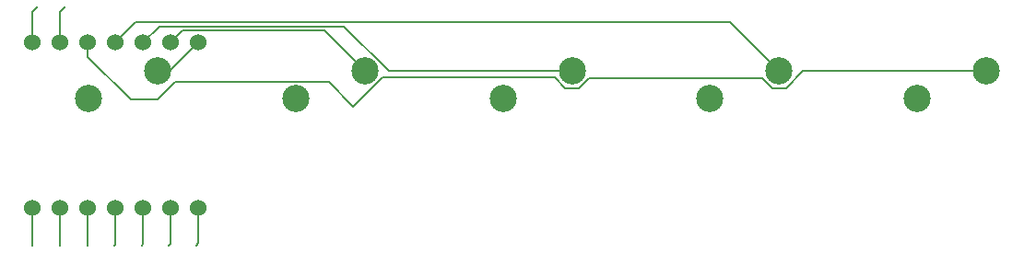
<source format=gbr>
%TF.GenerationSoftware,KiCad,Pcbnew,8.0.5*%
%TF.CreationDate,2024-10-28T21:30:14-07:00*%
%TF.ProjectId,PRISM Macro Pad,50524953-4d20-44d6-9163-726f20506164,rev?*%
%TF.SameCoordinates,Original*%
%TF.FileFunction,Copper,L1,Top*%
%TF.FilePolarity,Positive*%
%FSLAX46Y46*%
G04 Gerber Fmt 4.6, Leading zero omitted, Abs format (unit mm)*
G04 Created by KiCad (PCBNEW 8.0.5) date 2024-10-28 21:30:14*
%MOMM*%
%LPD*%
G01*
G04 APERTURE LIST*
%TA.AperFunction,ComponentPad*%
%ADD10C,1.524000*%
%TD*%
%TA.AperFunction,ComponentPad*%
%ADD11C,2.500000*%
%TD*%
%TA.AperFunction,Conductor*%
%ADD12C,0.200000*%
%TD*%
G04 APERTURE END LIST*
D10*
%TO.P,U1,1,PA02_A0_D0*%
%TO.N,unconnected-(U1-PA02_A0_D0-Pad1)*%
X108000000Y-74760000D03*
%TO.P,U1,2,PA4_A1_D1*%
%TO.N,unconnected-(U1-PA4_A1_D1-Pad2)*%
X110540000Y-74760000D03*
%TO.P,U1,3,PA10_A2_D2*%
%TO.N,Net-(U1-PA10_A2_D2)*%
X113080000Y-74760000D03*
%TO.P,U1,4,PA11_A3_D3*%
%TO.N,Net-(U1-PA11_A3_D3)*%
X115620000Y-74760000D03*
%TO.P,U1,5,PA8_A4_D4_SDA*%
%TO.N,Net-(U1-PA8_A4_D4_SDA)*%
X118160000Y-74760000D03*
%TO.P,U1,6,PA9_A5_D5_SCL*%
%TO.N,Net-(U1-PA9_A5_D5_SCL)*%
X120700000Y-74760000D03*
%TO.P,U1,7,PB08_A6_D6_TX*%
%TO.N,Net-(U1-PB08_A6_D6_TX)*%
X123240000Y-74760000D03*
%TO.P,U1,8,PB09_A7_D7_RX*%
%TO.N,unconnected-(U1-PB09_A7_D7_RX-Pad8)*%
X123240000Y-90000000D03*
%TO.P,U1,9,PA7_A8_D8_SCK*%
%TO.N,unconnected-(U1-PA7_A8_D8_SCK-Pad9)*%
X120700000Y-90000000D03*
%TO.P,U1,10,PA5_A9_D9_MISO*%
%TO.N,unconnected-(U1-PA5_A9_D9_MISO-Pad10)*%
X118160000Y-90000000D03*
%TO.P,U1,11,PA6_A10_D10_MOSI*%
%TO.N,unconnected-(U1-PA6_A10_D10_MOSI-Pad11)*%
X115620000Y-90000000D03*
%TO.P,U1,12,3V3*%
%TO.N,Net-(U1-3V3)*%
X113080000Y-90000000D03*
%TO.P,U1,13,GND*%
%TO.N,unconnected-(U1-GND-Pad13)*%
X110540000Y-90000000D03*
%TO.P,U1,14,5V*%
%TO.N,unconnected-(U1-5V-Pad14)*%
X108000000Y-90000000D03*
%TD*%
D11*
%TO.P,A,2*%
%TO.N,Net-(U1-PB08_A6_D6_TX)*%
X119460000Y-77420000D03*
%TO.P,A,1*%
%TO.N,Net-(U1-3V3)*%
X113110000Y-79960000D03*
%TD*%
%TO.P,I,1*%
%TO.N,Net-(U1-3V3)*%
X132150000Y-79960000D03*
%TO.P,I,2*%
%TO.N,Net-(U1-PA9_A5_D5_SCL)*%
X138500000Y-77420000D03*
%TD*%
%TO.P,H,2*%
%TO.N,Net-(U1-PA8_A4_D4_SDA)*%
X157540000Y-77420000D03*
%TO.P,H,1*%
%TO.N,Net-(U1-3V3)*%
X151190000Y-79960000D03*
%TD*%
%TO.P,D,1*%
%TO.N,Net-(U1-3V3)*%
X170230000Y-79960000D03*
%TO.P,D,2*%
%TO.N,Net-(U1-PA11_A3_D3)*%
X176580000Y-77420000D03*
%TD*%
%TO.P,L,2*%
%TO.N,Net-(U1-PA10_A2_D2)*%
X195620000Y-77420000D03*
%TO.P,L,1*%
%TO.N,Net-(U1-3V3)*%
X189270000Y-79960000D03*
%TD*%
D12*
%TO.N,unconnected-(U1-PA02_A0_D0-Pad1)*%
X108000000Y-72000000D02*
X108500000Y-71500000D01*
X108000000Y-74760000D02*
X108000000Y-72000000D01*
%TO.N,unconnected-(U1-PB09_A7_D7_RX-Pad8)*%
X123240000Y-93260000D02*
X123000000Y-93500000D01*
X123240000Y-90000000D02*
X123240000Y-93260000D01*
%TO.N,unconnected-(U1-PA7_A8_D8_SCK-Pad9)*%
X120700000Y-93300000D02*
X120500000Y-93500000D01*
X120700000Y-90000000D02*
X120700000Y-93300000D01*
%TO.N,unconnected-(U1-PA5_A9_D9_MISO-Pad10)*%
X118160000Y-93340000D02*
X118000000Y-93500000D01*
X118160000Y-90000000D02*
X118160000Y-93340000D01*
%TO.N,unconnected-(U1-PA6_A10_D10_MOSI-Pad11)*%
X115620000Y-90000000D02*
X115620000Y-93380000D01*
X115500000Y-93500000D02*
X115620000Y-93380000D01*
%TO.N,Net-(U1-3V3)*%
X113000000Y-93500000D02*
X113080000Y-93420000D01*
X113080000Y-90000000D02*
X113080000Y-93420000D01*
%TO.N,unconnected-(U1-GND-Pad13)*%
X110540000Y-93460000D02*
X110500000Y-93500000D01*
X110540000Y-90000000D02*
X110540000Y-93460000D01*
%TO.N,unconnected-(U1-5V-Pad14)*%
X108000000Y-93500000D02*
X108000000Y-93000000D01*
X108000000Y-90000000D02*
X108000000Y-93500000D01*
%TO.N,Net-(U1-PA10_A2_D2)*%
X113080000Y-76080000D02*
X113080000Y-74760000D01*
X117000000Y-80000000D02*
X113080000Y-76080000D01*
X119500000Y-80000000D02*
X117000000Y-80000000D01*
X135193402Y-78410000D02*
X121090000Y-78410000D01*
X137447717Y-80664315D02*
X135193402Y-78410000D01*
X140112032Y-78000000D02*
X137447717Y-80664315D01*
X155927968Y-78000000D02*
X140112032Y-78000000D01*
X175030000Y-78062032D02*
X159090000Y-78062032D01*
X156897968Y-78970000D02*
X155927968Y-78000000D01*
X159090000Y-78062032D02*
X158182032Y-78970000D01*
X175937968Y-78970000D02*
X175030000Y-78062032D01*
X177222032Y-78970000D02*
X175937968Y-78970000D01*
X178772032Y-77420000D02*
X177222032Y-78970000D01*
X158182032Y-78970000D02*
X156897968Y-78970000D01*
X121090000Y-78410000D02*
X119500000Y-80000000D01*
X195620000Y-77420000D02*
X178772032Y-77420000D01*
%TO.N,Net-(U1-PA11_A3_D3)*%
X172058000Y-72898000D02*
X117482000Y-72898000D01*
X117482000Y-72898000D02*
X115620000Y-74760000D01*
X176580000Y-77420000D02*
X172058000Y-72898000D01*
%TO.N,Net-(U1-PA8_A4_D4_SDA)*%
X119622000Y-73298000D02*
X118160000Y-74760000D01*
X136570032Y-73298000D02*
X119622000Y-73298000D01*
X140692032Y-77420000D02*
X136570032Y-73298000D01*
X157540000Y-77420000D02*
X140692032Y-77420000D01*
%TO.N,Net-(U1-PA9_A5_D5_SCL)*%
X121762000Y-73698000D02*
X120700000Y-74760000D01*
X138500000Y-77420000D02*
X134778000Y-73698000D01*
X134778000Y-73698000D02*
X121762000Y-73698000D01*
%TO.N,Net-(U1-PB08_A6_D6_TX)*%
X119460000Y-77420000D02*
X120580000Y-77420000D01*
X120580000Y-77420000D02*
X123240000Y-74760000D01*
%TO.N,unconnected-(U1-PA4_A1_D1-Pad2)*%
X110540000Y-74760000D02*
X110540000Y-71960000D01*
X110540000Y-71960000D02*
X111000000Y-71500000D01*
%TD*%
M02*

</source>
